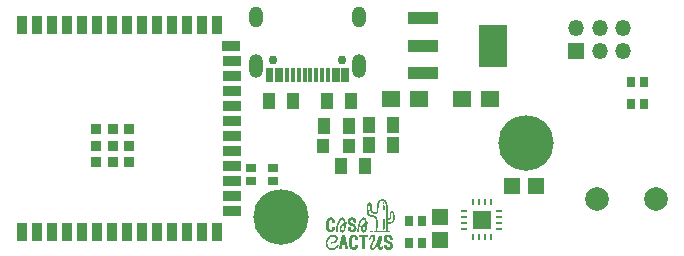
<source format=gts>
G04 #@! TF.GenerationSoftware,KiCad,Pcbnew,8.0.8-8.0.8-0~ubuntu22.04.1*
G04 #@! TF.CreationDate,2025-02-19T20:45:30+01:00*
G04 #@! TF.ProjectId,kicad_makespace_tutorial,6b696361-645f-46d6-916b-657370616365,v1*
G04 #@! TF.SameCoordinates,Original*
G04 #@! TF.FileFunction,Soldermask,Top*
G04 #@! TF.FilePolarity,Negative*
%FSLAX46Y46*%
G04 Gerber Fmt 4.6, Leading zero omitted, Abs format (unit mm)*
G04 Created by KiCad (PCBNEW 8.0.8-8.0.8-0~ubuntu22.04.1) date 2025-02-19 20:45:30*
%MOMM*%
%LPD*%
G01*
G04 APERTURE LIST*
%ADD10C,0.000000*%
%ADD11R,0.700000X0.900000*%
%ADD12R,0.900000X0.700000*%
%ADD13R,1.130000X1.380000*%
%ADD14C,2.000000*%
%ADD15R,0.900000X1.500000*%
%ADD16R,1.500000X0.900000*%
%ADD17R,0.900000X0.900000*%
%ADD18C,4.700000*%
%ADD19R,1.500000X1.360000*%
%ADD20R,1.000000X1.250000*%
%ADD21R,2.500000X1.100000*%
%ADD22R,2.340000X3.600000*%
%ADD23C,0.750000*%
%ADD24O,1.200000X2.000000*%
%ADD25O,1.200000X1.800000*%
%ADD26R,0.300000X1.300000*%
%ADD27R,1.350000X1.350000*%
%ADD28O,1.350000X1.350000*%
%ADD29R,1.410000X1.350000*%
%ADD30R,1.350000X1.410000*%
%ADD31R,0.600000X0.250000*%
%ADD32R,0.250000X0.600000*%
%ADD33R,1.500000X1.500000*%
%ADD34R,1.000000X1.400000*%
G04 APERTURE END LIST*
D10*
G04 #@! TO.C,G\u002A\u002A\u002A*
G36*
X37732384Y-19674971D02*
G01*
X37753902Y-19675525D01*
X37768439Y-19676998D01*
X37778433Y-19679837D01*
X37786319Y-19684491D01*
X37794536Y-19691410D01*
X37795400Y-19692182D01*
X37807852Y-19705224D01*
X37813466Y-19718386D01*
X37814759Y-19737126D01*
X37813417Y-19756108D01*
X37807713Y-19769222D01*
X37795400Y-19782069D01*
X37787030Y-19789221D01*
X37779215Y-19794066D01*
X37769520Y-19797055D01*
X37755506Y-19798635D01*
X37734738Y-19799256D01*
X37704777Y-19799366D01*
X37701447Y-19799366D01*
X37626852Y-19799366D01*
X37606698Y-19779212D01*
X37593008Y-19762816D01*
X37587229Y-19747160D01*
X37586544Y-19737126D01*
X37589031Y-19719741D01*
X37598106Y-19704376D01*
X37606698Y-19695039D01*
X37626852Y-19674885D01*
X37701447Y-19674885D01*
X37732384Y-19674971D01*
G37*
G36*
X38696198Y-17244416D02*
G01*
X38713945Y-17253669D01*
X38727243Y-17270476D01*
X38736783Y-17295969D01*
X38743262Y-17331282D01*
X38746199Y-17360530D01*
X38747558Y-17390767D01*
X38745430Y-17412186D01*
X38738874Y-17427546D01*
X38726945Y-17439609D01*
X38716866Y-17446382D01*
X38701857Y-17454232D01*
X38688497Y-17456615D01*
X38670715Y-17454455D01*
X38667596Y-17453856D01*
X38648469Y-17444540D01*
X38634394Y-17424935D01*
X38625207Y-17394781D01*
X38623282Y-17382927D01*
X38618352Y-17346620D01*
X38615005Y-17320108D01*
X38613328Y-17301427D01*
X38613408Y-17288611D01*
X38615330Y-17279695D01*
X38619180Y-17272715D01*
X38625044Y-17265705D01*
X38628590Y-17261764D01*
X38642239Y-17248649D01*
X38655635Y-17242835D01*
X38673305Y-17241583D01*
X38696198Y-17244416D01*
G37*
G36*
X38707475Y-17506270D02*
G01*
X38729697Y-17511240D01*
X38736004Y-17513994D01*
X38746042Y-17519973D01*
X38754155Y-17527303D01*
X38760581Y-17537267D01*
X38765561Y-17551147D01*
X38769333Y-17570224D01*
X38772136Y-17595780D01*
X38774210Y-17629096D01*
X38775793Y-17671456D01*
X38777126Y-17724139D01*
X38777376Y-17735680D01*
X38778390Y-17789266D01*
X38778837Y-17832266D01*
X38778609Y-17865942D01*
X38777602Y-17891553D01*
X38775709Y-17910362D01*
X38772825Y-17923628D01*
X38768843Y-17932612D01*
X38763657Y-17938576D01*
X38760106Y-17941117D01*
X38741065Y-17948220D01*
X38717518Y-17951023D01*
X38697497Y-17948996D01*
X38680421Y-17941417D01*
X38667859Y-17931633D01*
X38664435Y-17927050D01*
X38661706Y-17920778D01*
X38659549Y-17911404D01*
X38657842Y-17897515D01*
X38656462Y-17877700D01*
X38655286Y-17850547D01*
X38654193Y-17814643D01*
X38653061Y-17768576D01*
X38652822Y-17758159D01*
X38651683Y-17714425D01*
X38650351Y-17673528D01*
X38648905Y-17637288D01*
X38647425Y-17607521D01*
X38645992Y-17586045D01*
X38644734Y-17574915D01*
X38643951Y-17551315D01*
X38649932Y-17529695D01*
X38661351Y-17514070D01*
X38665801Y-17511065D01*
X38684241Y-17506131D01*
X38707475Y-17506270D01*
G37*
G36*
X38748409Y-18640309D02*
G01*
X38770063Y-18646713D01*
X38787866Y-18657502D01*
X38795417Y-18666496D01*
X38797089Y-18675472D01*
X38798538Y-18694660D01*
X38799751Y-18722416D01*
X38800717Y-18757099D01*
X38801422Y-18797066D01*
X38801853Y-18840675D01*
X38801999Y-18886283D01*
X38801846Y-18932249D01*
X38801381Y-18976930D01*
X38800593Y-19018684D01*
X38799467Y-19055868D01*
X38798581Y-19076192D01*
X38796943Y-19107113D01*
X38794845Y-19144436D01*
X38792405Y-19186244D01*
X38789743Y-19230624D01*
X38786979Y-19275659D01*
X38784233Y-19319433D01*
X38781623Y-19360030D01*
X38779269Y-19395537D01*
X38777292Y-19424035D01*
X38775810Y-19443611D01*
X38775274Y-19449635D01*
X38773434Y-19468947D01*
X38771098Y-19494745D01*
X38768746Y-19521700D01*
X38768573Y-19523730D01*
X38764255Y-19558096D01*
X38757472Y-19582699D01*
X38747308Y-19599529D01*
X38732846Y-19610578D01*
X38727414Y-19613112D01*
X38700646Y-19620577D01*
X38677461Y-19618238D01*
X38665415Y-19612935D01*
X38656342Y-19606997D01*
X38649657Y-19599570D01*
X38645185Y-19589091D01*
X38642754Y-19573999D01*
X38642191Y-19552732D01*
X38643323Y-19523728D01*
X38645977Y-19485427D01*
X38648209Y-19457568D01*
X38659769Y-19302916D01*
X38668245Y-19156751D01*
X38673772Y-19016149D01*
X38676487Y-18878189D01*
X38676728Y-18846544D01*
X38677090Y-18804314D01*
X38677676Y-18765642D01*
X38678440Y-18732219D01*
X38679337Y-18705736D01*
X38680319Y-18687883D01*
X38681247Y-18680570D01*
X38693599Y-18660630D01*
X38712700Y-18645577D01*
X38727607Y-18640120D01*
X38748409Y-18640309D01*
G37*
G36*
X36888703Y-20043519D02*
G01*
X36968989Y-20043723D01*
X37000366Y-20043839D01*
X37387968Y-20045364D01*
X37389587Y-20143170D01*
X37391206Y-20240976D01*
X37271034Y-20240344D01*
X37233691Y-20240383D01*
X37199751Y-20240862D01*
X37171241Y-20241717D01*
X37150190Y-20242884D01*
X37138623Y-20244298D01*
X37137755Y-20244555D01*
X37126084Y-20254428D01*
X37119443Y-20268899D01*
X37118659Y-20277812D01*
X37117981Y-20297689D01*
X37117415Y-20327640D01*
X37116964Y-20366772D01*
X37116633Y-20414196D01*
X37116425Y-20469020D01*
X37116345Y-20530354D01*
X37116397Y-20597306D01*
X37116585Y-20668985D01*
X37116913Y-20744502D01*
X37117082Y-20775038D01*
X37117585Y-20862304D01*
X37117998Y-20938473D01*
X37118308Y-21004304D01*
X37118502Y-21060554D01*
X37118568Y-21107984D01*
X37118491Y-21147350D01*
X37118260Y-21179411D01*
X37117861Y-21204926D01*
X37117282Y-21224653D01*
X37116509Y-21239350D01*
X37115529Y-21249776D01*
X37114330Y-21256689D01*
X37112898Y-21260847D01*
X37111220Y-21263010D01*
X37109284Y-21263935D01*
X37108718Y-21264070D01*
X37099377Y-21264751D01*
X37080306Y-21265178D01*
X37053626Y-21265336D01*
X37021461Y-21265213D01*
X36989333Y-21264845D01*
X36950932Y-21263965D01*
X36919588Y-21262624D01*
X36896604Y-21260910D01*
X36883285Y-21258913D01*
X36880412Y-21257435D01*
X36878303Y-21246175D01*
X36878189Y-21245714D01*
X36877953Y-21239005D01*
X36877710Y-21221330D01*
X36877465Y-21193578D01*
X36877223Y-21156637D01*
X36876986Y-21111397D01*
X36876759Y-21058746D01*
X36876547Y-20999574D01*
X36876352Y-20934769D01*
X36876179Y-20865221D01*
X36876032Y-20791818D01*
X36875967Y-20751888D01*
X36875805Y-20662613D01*
X36875602Y-20584470D01*
X36875342Y-20516734D01*
X36875014Y-20458680D01*
X36874603Y-20409585D01*
X36874097Y-20368723D01*
X36873482Y-20335372D01*
X36872745Y-20308805D01*
X36871873Y-20288301D01*
X36870852Y-20273133D01*
X36869669Y-20262578D01*
X36868311Y-20255912D01*
X36866819Y-20252483D01*
X36863221Y-20248606D01*
X36857787Y-20245667D01*
X36848916Y-20243504D01*
X36835008Y-20241956D01*
X36814464Y-20240860D01*
X36785682Y-20240056D01*
X36747061Y-20239382D01*
X36735191Y-20239208D01*
X36690759Y-20238265D01*
X36654417Y-20236859D01*
X36627164Y-20235053D01*
X36610000Y-20232907D01*
X36604298Y-20231073D01*
X36600922Y-20222437D01*
X36598432Y-20204653D01*
X36596822Y-20180395D01*
X36596086Y-20152338D01*
X36596218Y-20123156D01*
X36597214Y-20095522D01*
X36599066Y-20072112D01*
X36601768Y-20055598D01*
X36604695Y-20049010D01*
X36610175Y-20047568D01*
X36623201Y-20046356D01*
X36644289Y-20045366D01*
X36673955Y-20044592D01*
X36712714Y-20044027D01*
X36761081Y-20043664D01*
X36819572Y-20043497D01*
X36888703Y-20043519D01*
G37*
G36*
X34264628Y-18552646D02*
G01*
X34302635Y-18555603D01*
X34333621Y-18560728D01*
X34341153Y-18562729D01*
X34400953Y-18586455D01*
X34454207Y-18619334D01*
X34499992Y-18660440D01*
X34537389Y-18708845D01*
X34565474Y-18763623D01*
X34577957Y-18800929D01*
X34582023Y-18820996D01*
X34585906Y-18849079D01*
X34589147Y-18881343D01*
X34591181Y-18911700D01*
X34594869Y-18987277D01*
X34478856Y-18987277D01*
X34362844Y-18987277D01*
X34359089Y-18947266D01*
X34351341Y-18891068D01*
X34339418Y-18845389D01*
X34322931Y-18809517D01*
X34301492Y-18782736D01*
X34274713Y-18764333D01*
X34255663Y-18756937D01*
X34217622Y-18750993D01*
X34182388Y-18756120D01*
X34151113Y-18771651D01*
X34124946Y-18796918D01*
X34105040Y-18831254D01*
X34098948Y-18847823D01*
X34093403Y-18867844D01*
X34088854Y-18890250D01*
X34085214Y-18916330D01*
X34082402Y-18947369D01*
X34080331Y-18984654D01*
X34078918Y-19029471D01*
X34078079Y-19083109D01*
X34077729Y-19146853D01*
X34077707Y-19172123D01*
X34077894Y-19237740D01*
X34078514Y-19292883D01*
X34079669Y-19338925D01*
X34081458Y-19377244D01*
X34083985Y-19409213D01*
X34087349Y-19436209D01*
X34091652Y-19459607D01*
X34096996Y-19480783D01*
X34101489Y-19495259D01*
X34115327Y-19530461D01*
X34130918Y-19556187D01*
X34149983Y-19574818D01*
X34166335Y-19584921D01*
X34184927Y-19593054D01*
X34202741Y-19596508D01*
X34225526Y-19596288D01*
X34229738Y-19595999D01*
X34255071Y-19592339D01*
X34277320Y-19585966D01*
X34286030Y-19581909D01*
X34311138Y-19560406D01*
X34330778Y-19528480D01*
X34344896Y-19486257D01*
X34353436Y-19433859D01*
X34354121Y-19426456D01*
X34356587Y-19402264D01*
X34360393Y-19384878D01*
X34367315Y-19373180D01*
X34379130Y-19366049D01*
X34397615Y-19362367D01*
X34424545Y-19361013D01*
X34458224Y-19360861D01*
X34504737Y-19361692D01*
X34540306Y-19364076D01*
X34565756Y-19368130D01*
X34581914Y-19373974D01*
X34588396Y-19379556D01*
X34590786Y-19389608D01*
X34591626Y-19408648D01*
X34591091Y-19433938D01*
X34589355Y-19462737D01*
X34586593Y-19492304D01*
X34582979Y-19519899D01*
X34578687Y-19542783D01*
X34577778Y-19546494D01*
X34556997Y-19604711D01*
X34526857Y-19656374D01*
X34488202Y-19700968D01*
X34441875Y-19737980D01*
X34388718Y-19766894D01*
X34329576Y-19787196D01*
X34265291Y-19798371D01*
X34196706Y-19799904D01*
X34166479Y-19797513D01*
X34101452Y-19784965D01*
X34042215Y-19762484D01*
X33989507Y-19730714D01*
X33944067Y-19690302D01*
X33906633Y-19641892D01*
X33877943Y-19586130D01*
X33860084Y-19529658D01*
X33857705Y-19517773D01*
X33855710Y-19503546D01*
X33854058Y-19485835D01*
X33852708Y-19463502D01*
X33851619Y-19435405D01*
X33850749Y-19400406D01*
X33850059Y-19357364D01*
X33849507Y-19305139D01*
X33849053Y-19242591D01*
X33848911Y-19218456D01*
X33848589Y-19138701D01*
X33848608Y-19069800D01*
X33849017Y-19010756D01*
X33849864Y-18960572D01*
X33851197Y-18918251D01*
X33853063Y-18882795D01*
X33855510Y-18853207D01*
X33858586Y-18828490D01*
X33862340Y-18807646D01*
X33866818Y-18789678D01*
X33869986Y-18779525D01*
X33894379Y-18725206D01*
X33928633Y-18676452D01*
X33971697Y-18634202D01*
X34022517Y-18599395D01*
X34080040Y-18572970D01*
X34113367Y-18562556D01*
X34143969Y-18556812D01*
X34181746Y-18553248D01*
X34223149Y-18551860D01*
X34264628Y-18552646D01*
G37*
G36*
X36238080Y-20023654D02*
G01*
X36302962Y-20037767D01*
X36361073Y-20060990D01*
X36411969Y-20093077D01*
X36455204Y-20133783D01*
X36490336Y-20182863D01*
X36501292Y-20203301D01*
X36520855Y-20249068D01*
X36533834Y-20295027D01*
X36541012Y-20344854D01*
X36543174Y-20399541D01*
X36543277Y-20463263D01*
X36427502Y-20463263D01*
X36385109Y-20463069D01*
X36353396Y-20462438D01*
X36331195Y-20461297D01*
X36317335Y-20459571D01*
X36310648Y-20457188D01*
X36309659Y-20455854D01*
X36307984Y-20446874D01*
X36305309Y-20429352D01*
X36302115Y-20406511D01*
X36300924Y-20397546D01*
X36292387Y-20347080D01*
X36280919Y-20307078D01*
X36265685Y-20276339D01*
X36245850Y-20253658D01*
X36220579Y-20237833D01*
X36189036Y-20227660D01*
X36182028Y-20226221D01*
X36144898Y-20224730D01*
X36110791Y-20234007D01*
X36081481Y-20253032D01*
X36058739Y-20280784D01*
X36048241Y-20303239D01*
X36041661Y-20322503D01*
X36036207Y-20340795D01*
X36031772Y-20359444D01*
X36028253Y-20379778D01*
X36025544Y-20403124D01*
X36023542Y-20430809D01*
X36022142Y-20464163D01*
X36021239Y-20504511D01*
X36020728Y-20553183D01*
X36020506Y-20611506D01*
X36020466Y-20655912D01*
X36020555Y-20723799D01*
X36020930Y-20781067D01*
X36021708Y-20828952D01*
X36023006Y-20868690D01*
X36024941Y-20901516D01*
X36027629Y-20928667D01*
X36031187Y-20951377D01*
X36035732Y-20970882D01*
X36041381Y-20988418D01*
X36048250Y-21005220D01*
X36054790Y-21019143D01*
X36075833Y-21049736D01*
X36104128Y-21071377D01*
X36138689Y-21083640D01*
X36178527Y-21086097D01*
X36202516Y-21083080D01*
X36227009Y-21073175D01*
X36250551Y-21054303D01*
X36270315Y-21029199D01*
X36281433Y-21006665D01*
X36286684Y-20991563D01*
X36290818Y-20976814D01*
X36294380Y-20959640D01*
X36297913Y-20937265D01*
X36301963Y-20906913D01*
X36303712Y-20893018D01*
X36307013Y-20874312D01*
X36311251Y-20860065D01*
X36313443Y-20855971D01*
X36319712Y-20852982D01*
X36333673Y-20850827D01*
X36356444Y-20849427D01*
X36389141Y-20848705D01*
X36419291Y-20848561D01*
X36455996Y-20848638D01*
X36482725Y-20849015D01*
X36501361Y-20849910D01*
X36513782Y-20851541D01*
X36521870Y-20854126D01*
X36527505Y-20857883D01*
X36531191Y-20861534D01*
X36538768Y-20873211D01*
X36542697Y-20889826D01*
X36543878Y-20910437D01*
X36541820Y-20975265D01*
X36532864Y-21031878D01*
X36516321Y-21082158D01*
X36491503Y-21127987D01*
X36457721Y-21171248D01*
X36442744Y-21187049D01*
X36396415Y-21227151D01*
X36346594Y-21256797D01*
X36290889Y-21277278D01*
X36263445Y-21283811D01*
X36222807Y-21289591D01*
X36176394Y-21292171D01*
X36128987Y-21291550D01*
X36085365Y-21287723D01*
X36063137Y-21283917D01*
X36004145Y-21265571D01*
X35949549Y-21237388D01*
X35900927Y-21200570D01*
X35859862Y-21156316D01*
X35827933Y-21105826D01*
X35827524Y-21105012D01*
X35815531Y-21078961D01*
X35806155Y-21053044D01*
X35798921Y-21024932D01*
X35793354Y-20992298D01*
X35788977Y-20952813D01*
X35785313Y-20904148D01*
X35784800Y-20895982D01*
X35783385Y-20864173D01*
X35782387Y-20823005D01*
X35781785Y-20774494D01*
X35781561Y-20720653D01*
X35781695Y-20663498D01*
X35782168Y-20605041D01*
X35782961Y-20547297D01*
X35784055Y-20492280D01*
X35785429Y-20442005D01*
X35787066Y-20398485D01*
X35788945Y-20363736D01*
X35790035Y-20349541D01*
X35800322Y-20281866D01*
X35818599Y-20222679D01*
X35845263Y-20171364D01*
X35880710Y-20127304D01*
X35925337Y-20089883D01*
X35976421Y-20060008D01*
X36025623Y-20039409D01*
X36075836Y-20026295D01*
X36130737Y-20019870D01*
X36166871Y-20018895D01*
X36238080Y-20023654D01*
G37*
G36*
X34557737Y-20022888D02*
G01*
X34615112Y-20038136D01*
X34665190Y-20061106D01*
X34709226Y-20092325D01*
X34734950Y-20117019D01*
X34772158Y-20164982D01*
X34798993Y-20217388D01*
X34815502Y-20273035D01*
X34821734Y-20330717D01*
X34817739Y-20389233D01*
X34803566Y-20447376D01*
X34779264Y-20503944D01*
X34744881Y-20557732D01*
X34715604Y-20592280D01*
X34662329Y-20640138D01*
X34599729Y-20680771D01*
X34527914Y-20714136D01*
X34446992Y-20740191D01*
X34357071Y-20758891D01*
X34271503Y-20769153D01*
X34225564Y-20773000D01*
X34225564Y-20714107D01*
X34225964Y-20684942D01*
X34228186Y-20663006D01*
X34233759Y-20646868D01*
X34244214Y-20635096D01*
X34261080Y-20626258D01*
X34285889Y-20618923D01*
X34320170Y-20611660D01*
X34338924Y-20608066D01*
X34403922Y-20592769D01*
X34460099Y-20572624D01*
X34509957Y-20546300D01*
X34555996Y-20512463D01*
X34600718Y-20469780D01*
X34602972Y-20467381D01*
X34633218Y-20428651D01*
X34651713Y-20389448D01*
X34658561Y-20349297D01*
X34653867Y-20307726D01*
X34644395Y-20279035D01*
X34622574Y-20237564D01*
X34594880Y-20205664D01*
X34560768Y-20183059D01*
X34519691Y-20169476D01*
X34471102Y-20164639D01*
X34422498Y-20167308D01*
X34391581Y-20171666D01*
X34358380Y-20177748D01*
X34329617Y-20184310D01*
X34327279Y-20184935D01*
X34258947Y-20209575D01*
X34194554Y-20244831D01*
X34134920Y-20289879D01*
X34080862Y-20343898D01*
X34033201Y-20406065D01*
X33992755Y-20475558D01*
X33960344Y-20551554D01*
X33959406Y-20554206D01*
X33951082Y-20578394D01*
X33945287Y-20597633D01*
X33941563Y-20615082D01*
X33939454Y-20633899D01*
X33938503Y-20657241D01*
X33938251Y-20688266D01*
X33938243Y-20700370D01*
X33938365Y-20734505D01*
X33939039Y-20759951D01*
X33940726Y-20779874D01*
X33943886Y-20797440D01*
X33948981Y-20815816D01*
X33956472Y-20838167D01*
X33959618Y-20847153D01*
X33989335Y-20917925D01*
X34025500Y-20979920D01*
X34067694Y-21032668D01*
X34115500Y-21075701D01*
X34168498Y-21108547D01*
X34206639Y-21124599D01*
X34272382Y-21141730D01*
X34339559Y-21148479D01*
X34406496Y-21145138D01*
X34471520Y-21132000D01*
X34532957Y-21109357D01*
X34589134Y-21077501D01*
X34622043Y-21051988D01*
X34660383Y-21012973D01*
X34696615Y-20965695D01*
X34728091Y-20913731D01*
X34736331Y-20897516D01*
X34747239Y-20875699D01*
X34756587Y-20858237D01*
X34762974Y-20847696D01*
X34764583Y-20845843D01*
X34771798Y-20846331D01*
X34787739Y-20849858D01*
X34809855Y-20855803D01*
X34829305Y-20861581D01*
X34858202Y-20870785D01*
X34877004Y-20878746D01*
X34886927Y-20887782D01*
X34889183Y-20900212D01*
X34884986Y-20918352D01*
X34875552Y-20944522D01*
X34874377Y-20947641D01*
X34844141Y-21011771D01*
X34803745Y-21072236D01*
X34754627Y-21127834D01*
X34698222Y-21177363D01*
X34635970Y-21219619D01*
X34569305Y-21253402D01*
X34499666Y-21277509D01*
X34472364Y-21283957D01*
X34424981Y-21291191D01*
X34372426Y-21295090D01*
X34319633Y-21295504D01*
X34271534Y-21292286D01*
X34257823Y-21290446D01*
X34178215Y-21272286D01*
X34103265Y-21243540D01*
X34033807Y-21204843D01*
X33970675Y-21156831D01*
X33914704Y-21100139D01*
X33866726Y-21035403D01*
X33827577Y-20963259D01*
X33827141Y-20962299D01*
X33801988Y-20893767D01*
X33785302Y-20819240D01*
X33777186Y-20741127D01*
X33777748Y-20661839D01*
X33787092Y-20583787D01*
X33805325Y-20509380D01*
X33807075Y-20503947D01*
X33838315Y-20426094D01*
X33878960Y-20352703D01*
X33927974Y-20284514D01*
X33984319Y-20222269D01*
X34046959Y-20166708D01*
X34114857Y-20118572D01*
X34186976Y-20078602D01*
X34262278Y-20047538D01*
X34339727Y-20026122D01*
X34418285Y-20015094D01*
X34491814Y-20014835D01*
X34557737Y-20022888D01*
G37*
G36*
X35329831Y-20042442D02*
G01*
X35359475Y-20042697D01*
X35380750Y-20043353D01*
X35395399Y-20044600D01*
X35405168Y-20046629D01*
X35411798Y-20049629D01*
X35417033Y-20053791D01*
X35419844Y-20056538D01*
X35430405Y-20071396D01*
X35439267Y-20090960D01*
X35441002Y-20096549D01*
X35443071Y-20104777D01*
X35447695Y-20123563D01*
X35454642Y-20151944D01*
X35463678Y-20188956D01*
X35474568Y-20233636D01*
X35487078Y-20285020D01*
X35500975Y-20342144D01*
X35516025Y-20404045D01*
X35531994Y-20469759D01*
X35548648Y-20538323D01*
X35565754Y-20608772D01*
X35583077Y-20680142D01*
X35600383Y-20751472D01*
X35617439Y-20821795D01*
X35634010Y-20890150D01*
X35649864Y-20955572D01*
X35664765Y-21017098D01*
X35678481Y-21073763D01*
X35690777Y-21124605D01*
X35701419Y-21168660D01*
X35710174Y-21204963D01*
X35716808Y-21232552D01*
X35721086Y-21250462D01*
X35722408Y-21256087D01*
X35725486Y-21269424D01*
X35610703Y-21269424D01*
X35570748Y-21269338D01*
X35540959Y-21268978D01*
X35519648Y-21268194D01*
X35505127Y-21266835D01*
X35495707Y-21264752D01*
X35489699Y-21261794D01*
X35485856Y-21258304D01*
X35480687Y-21247614D01*
X35474087Y-21225588D01*
X35466162Y-21192647D01*
X35457019Y-21149209D01*
X35452548Y-21126414D01*
X35442765Y-21075652D01*
X35434899Y-21035265D01*
X35428626Y-21003984D01*
X35423621Y-20980544D01*
X35419560Y-20963678D01*
X35416120Y-20952117D01*
X35412974Y-20944596D01*
X35409800Y-20939846D01*
X35406272Y-20936602D01*
X35403433Y-20934557D01*
X35395548Y-20930892D01*
X35382877Y-20928323D01*
X35363620Y-20926693D01*
X35335979Y-20925845D01*
X35301433Y-20925621D01*
X35262436Y-20925876D01*
X35233570Y-20927108D01*
X35213118Y-20930013D01*
X35199359Y-20935286D01*
X35190573Y-20943626D01*
X35185041Y-20955728D01*
X35181043Y-20972289D01*
X35180592Y-20974573D01*
X35177626Y-20989828D01*
X35172860Y-21014431D01*
X35166739Y-21046088D01*
X35159705Y-21082504D01*
X35152203Y-21121386D01*
X35150518Y-21130125D01*
X35141342Y-21176262D01*
X35133659Y-21211562D01*
X35127237Y-21236916D01*
X35121848Y-21253218D01*
X35117261Y-21261358D01*
X35116517Y-21262015D01*
X35108493Y-21264874D01*
X35092536Y-21266986D01*
X35067647Y-21268408D01*
X35032827Y-21269201D01*
X34991420Y-21269424D01*
X34876321Y-21269424D01*
X34880437Y-21253123D01*
X34882495Y-21244734D01*
X34887105Y-21225799D01*
X34894028Y-21197293D01*
X34903029Y-21160194D01*
X34913870Y-21115479D01*
X34926315Y-21064123D01*
X34940127Y-21007103D01*
X34955069Y-20945397D01*
X34970905Y-20879979D01*
X34981378Y-20836706D01*
X34998152Y-20767390D01*
X35008633Y-20724080D01*
X35229259Y-20724080D01*
X35301289Y-20724080D01*
X35373319Y-20724080D01*
X35340593Y-20552094D01*
X35331021Y-20502925D01*
X35322393Y-20460863D01*
X35314922Y-20426834D01*
X35308820Y-20401767D01*
X35304299Y-20386589D01*
X35301686Y-20382166D01*
X35297906Y-20388531D01*
X35292973Y-20403847D01*
X35287705Y-20425375D01*
X35285303Y-20437081D01*
X35280854Y-20460046D01*
X35274699Y-20491691D01*
X35267413Y-20529065D01*
X35259573Y-20569215D01*
X35252180Y-20607009D01*
X35229259Y-20724080D01*
X35008633Y-20724080D01*
X35014555Y-20699610D01*
X35030302Y-20634544D01*
X35045108Y-20573371D01*
X35058687Y-20517269D01*
X35070753Y-20467418D01*
X35081023Y-20424995D01*
X35089209Y-20391180D01*
X35095028Y-20367151D01*
X35096874Y-20359529D01*
X35105168Y-20325264D01*
X35115155Y-20283941D01*
X35125757Y-20240031D01*
X35135893Y-20198003D01*
X35139108Y-20184664D01*
X35147383Y-20150443D01*
X35155129Y-20118646D01*
X35161737Y-20091758D01*
X35166597Y-20072264D01*
X35168558Y-20064629D01*
X35174446Y-20042400D01*
X35290076Y-20042400D01*
X35329831Y-20042442D01*
G37*
G36*
X36081390Y-18550042D02*
G01*
X36152193Y-18567288D01*
X36209416Y-18590021D01*
X36251744Y-18613828D01*
X36286953Y-18642872D01*
X36315554Y-18678127D01*
X36338054Y-18720568D01*
X36354963Y-18771169D01*
X36366789Y-18830903D01*
X36374041Y-18900745D01*
X36374384Y-18905945D01*
X36375948Y-18937905D01*
X36375793Y-18959762D01*
X36373848Y-18973155D01*
X36371231Y-18978559D01*
X36366238Y-18981935D01*
X36356636Y-18984353D01*
X36340778Y-18985953D01*
X36317020Y-18986872D01*
X36283716Y-18987248D01*
X36267345Y-18987277D01*
X36231469Y-18987225D01*
X36205549Y-18986896D01*
X36187684Y-18986036D01*
X36175976Y-18984387D01*
X36168526Y-18981694D01*
X36163433Y-18977701D01*
X36159231Y-18972704D01*
X36151029Y-18955594D01*
X36144227Y-18927060D01*
X36141042Y-18906026D01*
X36131067Y-18855783D01*
X36115296Y-18815718D01*
X36093496Y-18785541D01*
X36065435Y-18764961D01*
X36030879Y-18753686D01*
X36017496Y-18751911D01*
X35977285Y-18752403D01*
X35944273Y-18762111D01*
X35917770Y-18781403D01*
X35897084Y-18810646D01*
X35893514Y-18817872D01*
X35881397Y-18856882D01*
X35880552Y-18896177D01*
X35890804Y-18933899D01*
X35906955Y-18961797D01*
X35920973Y-18975327D01*
X35945684Y-18992757D01*
X35980672Y-19013846D01*
X36025524Y-19038352D01*
X36079824Y-19066033D01*
X36116486Y-19083930D01*
X36149453Y-19100359D01*
X36182969Y-19118030D01*
X36213482Y-19135011D01*
X36237439Y-19149370D01*
X36240967Y-19151648D01*
X36294659Y-19193224D01*
X36338203Y-19240432D01*
X36371332Y-19292643D01*
X36393779Y-19349230D01*
X36405276Y-19409565D01*
X36405559Y-19473018D01*
X36398262Y-19522218D01*
X36387450Y-19558272D01*
X36370339Y-19598160D01*
X36349148Y-19637470D01*
X36326099Y-19671789D01*
X36317879Y-19681951D01*
X36292333Y-19706846D01*
X36259430Y-19731970D01*
X36223276Y-19754543D01*
X36187981Y-19771786D01*
X36181196Y-19774421D01*
X36136404Y-19786980D01*
X36084810Y-19795046D01*
X36030692Y-19798343D01*
X35978328Y-19796596D01*
X35935351Y-19790289D01*
X35872698Y-19771383D01*
X35818387Y-19744085D01*
X35772497Y-19708505D01*
X35735109Y-19664754D01*
X35706303Y-19612942D01*
X35686160Y-19553180D01*
X35674760Y-19485579D01*
X35671990Y-19427614D01*
X35672257Y-19401243D01*
X35673442Y-19384270D01*
X35675985Y-19374249D01*
X35680326Y-19368732D01*
X35682860Y-19367133D01*
X35692427Y-19365105D01*
X35711474Y-19363429D01*
X35737630Y-19362231D01*
X35768523Y-19361643D01*
X35784248Y-19361614D01*
X35822707Y-19361903D01*
X35850993Y-19363090D01*
X35870793Y-19366157D01*
X35883788Y-19372085D01*
X35891663Y-19381857D01*
X35896101Y-19396452D01*
X35898786Y-19416853D01*
X35899952Y-19429056D01*
X35908269Y-19480610D01*
X35922587Y-19522655D01*
X35942754Y-19554883D01*
X35968618Y-19576983D01*
X35973685Y-19579769D01*
X36012123Y-19593517D01*
X36049879Y-19596308D01*
X36085381Y-19589003D01*
X36117052Y-19572467D01*
X36143320Y-19547563D01*
X36162610Y-19515153D01*
X36173348Y-19476103D01*
X36174111Y-19469851D01*
X36175045Y-19448386D01*
X36171838Y-19430320D01*
X36163284Y-19409465D01*
X36161719Y-19406231D01*
X36151652Y-19389012D01*
X36138135Y-19372572D01*
X36119867Y-19355928D01*
X36095549Y-19338100D01*
X36063880Y-19318106D01*
X36023562Y-19294963D01*
X35990331Y-19276814D01*
X35955939Y-19258301D01*
X35919771Y-19238839D01*
X35885519Y-19220415D01*
X35856874Y-19205013D01*
X35849741Y-19201180D01*
X35790115Y-19165876D01*
X35741562Y-19129542D01*
X35703301Y-19091082D01*
X35674552Y-19049402D01*
X35654533Y-19003407D01*
X35642463Y-18952001D01*
X35637914Y-18904290D01*
X35639741Y-18837096D01*
X35651430Y-18776479D01*
X35672962Y-18722468D01*
X35704318Y-18675091D01*
X35745479Y-18634376D01*
X35796426Y-18600350D01*
X35857140Y-18573042D01*
X35867900Y-18569250D01*
X35939047Y-18551011D01*
X36010276Y-18544613D01*
X36081390Y-18550042D01*
G37*
G36*
X39147084Y-20018862D02*
G01*
X39215855Y-20030326D01*
X39275151Y-20048691D01*
X39325321Y-20074220D01*
X39366711Y-20107177D01*
X39399671Y-20147823D01*
X39424547Y-20196423D01*
X39438321Y-20239070D01*
X39442353Y-20258795D01*
X39446780Y-20286845D01*
X39451199Y-20319788D01*
X39455204Y-20354193D01*
X39458391Y-20386629D01*
X39460356Y-20413663D01*
X39460768Y-20429590D01*
X39460095Y-20440860D01*
X39457553Y-20449288D01*
X39451633Y-20455286D01*
X39440825Y-20459266D01*
X39423619Y-20461642D01*
X39398506Y-20462824D01*
X39363975Y-20463226D01*
X39337440Y-20463263D01*
X39228504Y-20463263D01*
X39228387Y-20438071D01*
X39225591Y-20393158D01*
X39218111Y-20350115D01*
X39206680Y-20311561D01*
X39192029Y-20280112D01*
X39179312Y-20262702D01*
X39151766Y-20241281D01*
X39117799Y-20227338D01*
X39080856Y-20221774D01*
X39044381Y-20225490D01*
X39040798Y-20226433D01*
X39009161Y-20241013D01*
X38984169Y-20264187D01*
X38966579Y-20294259D01*
X38957150Y-20329532D01*
X38956641Y-20368309D01*
X38963054Y-20400335D01*
X38969148Y-20416490D01*
X38978109Y-20431547D01*
X38991015Y-20446284D01*
X39008947Y-20461477D01*
X39032982Y-20477905D01*
X39064200Y-20496345D01*
X39103680Y-20517575D01*
X39152501Y-20542373D01*
X39176990Y-20554501D01*
X39233013Y-20582564D01*
X39279427Y-20607027D01*
X39317575Y-20628828D01*
X39348799Y-20648908D01*
X39374443Y-20668205D01*
X39395850Y-20687659D01*
X39414362Y-20708210D01*
X39431321Y-20730795D01*
X39433475Y-20733919D01*
X39452968Y-20764100D01*
X39467066Y-20790915D01*
X39476598Y-20817388D01*
X39482396Y-20846542D01*
X39485289Y-20881401D01*
X39486106Y-20924988D01*
X39486107Y-20925621D01*
X39485954Y-20960565D01*
X39485186Y-20986624D01*
X39483437Y-21006764D01*
X39480343Y-21023951D01*
X39475541Y-21041154D01*
X39469854Y-21057972D01*
X39443014Y-21117998D01*
X39407776Y-21169748D01*
X39364445Y-21212938D01*
X39313327Y-21247283D01*
X39254724Y-21272496D01*
X39234432Y-21278591D01*
X39209520Y-21283406D01*
X39176433Y-21287098D01*
X39138810Y-21289518D01*
X39100291Y-21290519D01*
X39064517Y-21289951D01*
X39035126Y-21287664D01*
X39030111Y-21286952D01*
X38965734Y-21271866D01*
X38909385Y-21248180D01*
X38861168Y-21215965D01*
X38821189Y-21175291D01*
X38789552Y-21126229D01*
X38787843Y-21122863D01*
X38769854Y-21081429D01*
X38757090Y-21038280D01*
X38748755Y-20990056D01*
X38744351Y-20938945D01*
X38742686Y-20908928D01*
X38742461Y-20886410D01*
X38745103Y-20870315D01*
X38752042Y-20859569D01*
X38764706Y-20853096D01*
X38784525Y-20849818D01*
X38812927Y-20848662D01*
X38851341Y-20848551D01*
X38864401Y-20848561D01*
X38966746Y-20848561D01*
X38969811Y-20864862D01*
X38972120Y-20879794D01*
X38974826Y-20901015D01*
X38976578Y-20916729D01*
X38985618Y-20970101D01*
X39000606Y-21013260D01*
X39021604Y-21046284D01*
X39048677Y-21069252D01*
X39081887Y-21082242D01*
X39112915Y-21085504D01*
X39155697Y-21080882D01*
X39191463Y-21066808D01*
X39219997Y-21043425D01*
X39241079Y-21010873D01*
X39246034Y-20999033D01*
X39255936Y-20962250D01*
X39256011Y-20929143D01*
X39245790Y-20898041D01*
X39224803Y-20867273D01*
X39202515Y-20844156D01*
X39188626Y-20831931D01*
X39173189Y-20820153D01*
X39154589Y-20807855D01*
X39131209Y-20794070D01*
X39101433Y-20777828D01*
X39063646Y-20758162D01*
X39032573Y-20742351D01*
X38993504Y-20722367D01*
X38955694Y-20702618D01*
X38921167Y-20684192D01*
X38891947Y-20668176D01*
X38870057Y-20655659D01*
X38860990Y-20650091D01*
X38810105Y-20610730D01*
X38769335Y-20565235D01*
X38738789Y-20513831D01*
X38718574Y-20456741D01*
X38708800Y-20394191D01*
X38708852Y-20335819D01*
X38717205Y-20272615D01*
X38733560Y-20217446D01*
X38758409Y-20169170D01*
X38792244Y-20126649D01*
X38804237Y-20114828D01*
X38850909Y-20079001D01*
X38905493Y-20050750D01*
X38966440Y-20030510D01*
X39032202Y-20018714D01*
X39101229Y-20015796D01*
X39147084Y-20018862D01*
G37*
G36*
X35247219Y-18552087D02*
G01*
X35290172Y-18565680D01*
X35329364Y-18589378D01*
X35347941Y-18605835D01*
X35365567Y-18625650D01*
X35381595Y-18648742D01*
X35396641Y-18676524D01*
X35411323Y-18710412D01*
X35426256Y-18751819D01*
X35442059Y-18802160D01*
X35458209Y-18858717D01*
X35468981Y-18895550D01*
X35478534Y-18923807D01*
X35486479Y-18942428D01*
X35491774Y-18949960D01*
X35504187Y-18954303D01*
X35525898Y-18956958D01*
X35547873Y-18957639D01*
X35568275Y-18957715D01*
X35582415Y-18959151D01*
X35591335Y-18963763D01*
X35596076Y-18973365D01*
X35597678Y-18989772D01*
X35597184Y-19014798D01*
X35596009Y-19041537D01*
X35593488Y-19098761D01*
X35566092Y-19102870D01*
X35536698Y-19109783D01*
X35515258Y-19120093D01*
X35503615Y-19132894D01*
X35503250Y-19133768D01*
X35501521Y-19143114D01*
X35499431Y-19162015D01*
X35497187Y-19188185D01*
X35494994Y-19219338D01*
X35493802Y-19239203D01*
X35490835Y-19290337D01*
X35488144Y-19331956D01*
X35485503Y-19366391D01*
X35482686Y-19395971D01*
X35479466Y-19423025D01*
X35475617Y-19449885D01*
X35470913Y-19478879D01*
X35469985Y-19484345D01*
X35453066Y-19563090D01*
X35430900Y-19632220D01*
X35403657Y-19691515D01*
X35371505Y-19740757D01*
X35334614Y-19779725D01*
X35293154Y-19808202D01*
X35247292Y-19825967D01*
X35201324Y-19832663D01*
X35176296Y-19832764D01*
X35152597Y-19831279D01*
X35136748Y-19828809D01*
X35094167Y-19812123D01*
X35056000Y-19784920D01*
X35022899Y-19747927D01*
X34995513Y-19701868D01*
X34974623Y-19647901D01*
X34967690Y-19614780D01*
X34963856Y-19573908D01*
X34963297Y-19541513D01*
X35112164Y-19541513D01*
X35114316Y-19585534D01*
X35121920Y-19620511D01*
X35135555Y-19648202D01*
X35153833Y-19668682D01*
X35175224Y-19682804D01*
X35196772Y-19686175D01*
X35218287Y-19680873D01*
X35238827Y-19667672D01*
X35259184Y-19644897D01*
X35278014Y-19614773D01*
X35293973Y-19579525D01*
X35305714Y-19541378D01*
X35307496Y-19533315D01*
X35313646Y-19500877D01*
X35319884Y-19463458D01*
X35326030Y-19422657D01*
X35331904Y-19380071D01*
X35337324Y-19337299D01*
X35342110Y-19295939D01*
X35346080Y-19257590D01*
X35349055Y-19223849D01*
X35350852Y-19196315D01*
X35351292Y-19176586D01*
X35350194Y-19166260D01*
X35349155Y-19165107D01*
X35338600Y-19168500D01*
X35321443Y-19177606D01*
X35300405Y-19190821D01*
X35278210Y-19206537D01*
X35275672Y-19208459D01*
X35231645Y-19248912D01*
X35192804Y-19298175D01*
X35160297Y-19353913D01*
X35135269Y-19413791D01*
X35118868Y-19475473D01*
X35112239Y-19536624D01*
X35112164Y-19541513D01*
X34963297Y-19541513D01*
X34963080Y-19528966D01*
X34965322Y-19483632D01*
X34970538Y-19441589D01*
X34977304Y-19411105D01*
X35005747Y-19331760D01*
X35043618Y-19257290D01*
X35089995Y-19188843D01*
X35143955Y-19127568D01*
X35204577Y-19074613D01*
X35270938Y-19031125D01*
X35290953Y-19020535D01*
X35311225Y-19009704D01*
X35324771Y-18999625D01*
X35332227Y-18988009D01*
X35334229Y-18972566D01*
X35331414Y-18951009D01*
X35324419Y-18921049D01*
X35321636Y-18910218D01*
X35306412Y-18854008D01*
X35292418Y-18808401D01*
X35279072Y-18772284D01*
X35265791Y-18744542D01*
X35251994Y-18724064D01*
X35237100Y-18709734D01*
X35220526Y-18700441D01*
X35210211Y-18696999D01*
X35186396Y-18693759D01*
X35163664Y-18698083D01*
X35140028Y-18710828D01*
X35113503Y-18732852D01*
X35102701Y-18743380D01*
X35067646Y-18782300D01*
X35035549Y-18826046D01*
X35005538Y-18876153D01*
X34976744Y-18934155D01*
X34948295Y-19001585D01*
X34932354Y-19043590D01*
X34903181Y-19131567D01*
X34876712Y-19228302D01*
X34853525Y-19330892D01*
X34834192Y-19436433D01*
X34819291Y-19542022D01*
X34809396Y-19644754D01*
X34807547Y-19673560D01*
X34805308Y-19710922D01*
X34802656Y-19738064D01*
X34798407Y-19756596D01*
X34791381Y-19768129D01*
X34780394Y-19774272D01*
X34764265Y-19776638D01*
X34741811Y-19776835D01*
X34731845Y-19776683D01*
X34705766Y-19776120D01*
X34686521Y-19774312D01*
X34673157Y-19769694D01*
X34664719Y-19760702D01*
X34660251Y-19745770D01*
X34658800Y-19723335D01*
X34659411Y-19691832D01*
X34660701Y-19660066D01*
X34668957Y-19542232D01*
X34683623Y-19424351D01*
X34704289Y-19307855D01*
X34730542Y-19194173D01*
X34761970Y-19084735D01*
X34798161Y-18980973D01*
X34838702Y-18884316D01*
X34883182Y-18796194D01*
X34931189Y-18718038D01*
X34932812Y-18715669D01*
X34971569Y-18666598D01*
X35014195Y-18625614D01*
X35059601Y-18593005D01*
X35106696Y-18569059D01*
X35154391Y-18554065D01*
X35201596Y-18548312D01*
X35247219Y-18552087D01*
G37*
G36*
X37069374Y-18553673D02*
G01*
X37102250Y-18562877D01*
X37131505Y-18578034D01*
X37157743Y-18599943D01*
X37181571Y-18629401D01*
X37203595Y-18667205D01*
X37224420Y-18714155D01*
X37244651Y-18771048D01*
X37264896Y-18838683D01*
X37272290Y-18865761D01*
X37280399Y-18894124D01*
X37288476Y-18918984D01*
X37295592Y-18937684D01*
X37300821Y-18947568D01*
X37300882Y-18947636D01*
X37314801Y-18955811D01*
X37334391Y-18957460D01*
X37357090Y-18956985D01*
X37380932Y-18957040D01*
X37383522Y-18957089D01*
X37408715Y-18957639D01*
X37408715Y-19028771D01*
X37408553Y-19058982D01*
X37407883Y-19079275D01*
X37406421Y-19091585D01*
X37403888Y-19097849D01*
X37400000Y-19100000D01*
X37398341Y-19100138D01*
X37359823Y-19102272D01*
X37332936Y-19106662D01*
X37317671Y-19113309D01*
X37315453Y-19115610D01*
X37311462Y-19127255D01*
X37308607Y-19148489D01*
X37307180Y-19177079D01*
X37307137Y-19179577D01*
X37306577Y-19206957D01*
X37305794Y-19232783D01*
X37304929Y-19252616D01*
X37304658Y-19256986D01*
X37303557Y-19273477D01*
X37302015Y-19297704D01*
X37300290Y-19325570D01*
X37299481Y-19338912D01*
X37290870Y-19430444D01*
X37276646Y-19514061D01*
X37256999Y-19589219D01*
X37232117Y-19655377D01*
X37202191Y-19711991D01*
X37167411Y-19758522D01*
X37144737Y-19780984D01*
X37108713Y-19805530D01*
X37066469Y-19822867D01*
X37021332Y-19832220D01*
X36976629Y-19832815D01*
X36945939Y-19827208D01*
X36900061Y-19808357D01*
X36860839Y-19780004D01*
X36828573Y-19742652D01*
X36803558Y-19696802D01*
X36786093Y-19642957D01*
X36776476Y-19581622D01*
X36774737Y-19541513D01*
X36926086Y-19541513D01*
X36926229Y-19572515D01*
X36927473Y-19594878D01*
X36930245Y-19611800D01*
X36934973Y-19626479D01*
X36938545Y-19634716D01*
X36955672Y-19661439D01*
X36977147Y-19678622D01*
X37001432Y-19685570D01*
X37026988Y-19681588D01*
X37034687Y-19678152D01*
X37059578Y-19658931D01*
X37081868Y-19628336D01*
X37101569Y-19586332D01*
X37118693Y-19532882D01*
X37133252Y-19467951D01*
X37145258Y-19391504D01*
X37153296Y-19319226D01*
X37157534Y-19273755D01*
X37160684Y-19238687D01*
X37162812Y-19212623D01*
X37163984Y-19194168D01*
X37164264Y-19181923D01*
X37163720Y-19174492D01*
X37162417Y-19170477D01*
X37160419Y-19168483D01*
X37160384Y-19168461D01*
X37149896Y-19168451D01*
X37133214Y-19175991D01*
X37112031Y-19189782D01*
X37088039Y-19208521D01*
X37062930Y-19230907D01*
X37038397Y-19255639D01*
X37020499Y-19276025D01*
X36980853Y-19332280D01*
X36952192Y-19391968D01*
X36934170Y-19456065D01*
X36926439Y-19525542D01*
X36926086Y-19541513D01*
X36774737Y-19541513D01*
X36774573Y-19537722D01*
X36780078Y-19465219D01*
X36796413Y-19392605D01*
X36822667Y-19321396D01*
X36857927Y-19253110D01*
X36901281Y-19189264D01*
X36951817Y-19131374D01*
X37008622Y-19080959D01*
X37070785Y-19039534D01*
X37075849Y-19036716D01*
X37109816Y-19016302D01*
X37132764Y-18998258D01*
X37145188Y-18982134D01*
X37147898Y-18971110D01*
X37146276Y-18959968D01*
X37141866Y-18939996D01*
X37135352Y-18913696D01*
X37127420Y-18883573D01*
X37118752Y-18852131D01*
X37110035Y-18821874D01*
X37101951Y-18795307D01*
X37095186Y-18774933D01*
X37092031Y-18766693D01*
X37077223Y-18740295D01*
X37057833Y-18717715D01*
X37036762Y-18701978D01*
X37025617Y-18697368D01*
X36997028Y-18695458D01*
X36966325Y-18704276D01*
X36934379Y-18723074D01*
X36902062Y-18751106D01*
X36870245Y-18787626D01*
X36839800Y-18831888D01*
X36813732Y-18878841D01*
X36769798Y-18976402D01*
X36730581Y-19083696D01*
X36696396Y-19199445D01*
X36667556Y-19322376D01*
X36644375Y-19451211D01*
X36627166Y-19584677D01*
X36619759Y-19667515D01*
X36616185Y-19709307D01*
X36612507Y-19740640D01*
X36608790Y-19761050D01*
X36605100Y-19770073D01*
X36605056Y-19770111D01*
X36595319Y-19773367D01*
X36577320Y-19775724D01*
X36554627Y-19777059D01*
X36530806Y-19777249D01*
X36509425Y-19776172D01*
X36494769Y-19773902D01*
X36483658Y-19768764D01*
X36476394Y-19759017D01*
X36472345Y-19742666D01*
X36470881Y-19717715D01*
X36470966Y-19698596D01*
X36471769Y-19671394D01*
X36473208Y-19639382D01*
X36475075Y-19605965D01*
X36477166Y-19574546D01*
X36479273Y-19548530D01*
X36481004Y-19532622D01*
X36482850Y-19518248D01*
X36485305Y-19497814D01*
X36486761Y-19485200D01*
X36501995Y-19377936D01*
X36523050Y-19271184D01*
X36549388Y-19166527D01*
X36580473Y-19065550D01*
X36615768Y-18969833D01*
X36654736Y-18880961D01*
X36696840Y-18800516D01*
X36741544Y-18730081D01*
X36744063Y-18726535D01*
X36789489Y-18669054D01*
X36835483Y-18623149D01*
X36882500Y-18588542D01*
X36930994Y-18564953D01*
X36981418Y-18552105D01*
X37032269Y-18549624D01*
X37069374Y-18553673D01*
G37*
G36*
X37840747Y-20015999D02*
G01*
X37882557Y-20029438D01*
X37920015Y-20052169D01*
X37951566Y-20083717D01*
X37972827Y-20117619D01*
X37981764Y-20136529D01*
X37987484Y-20151890D01*
X37990678Y-20167362D01*
X37992038Y-20186604D01*
X37992257Y-20213274D01*
X37992223Y-20220126D01*
X37991585Y-20247023D01*
X37989726Y-20272508D01*
X37986237Y-20297787D01*
X37980711Y-20324066D01*
X37972739Y-20352549D01*
X37961914Y-20384442D01*
X37947826Y-20420952D01*
X37930067Y-20463283D01*
X37908229Y-20512641D01*
X37881905Y-20570232D01*
X37851666Y-20635165D01*
X37832518Y-20676157D01*
X37814040Y-20715919D01*
X37797135Y-20752493D01*
X37782705Y-20783921D01*
X37771653Y-20808246D01*
X37765584Y-20821887D01*
X37750878Y-20858774D01*
X37737386Y-20898354D01*
X37725904Y-20937737D01*
X37717226Y-20974032D01*
X37712148Y-21004351D01*
X37711155Y-21019752D01*
X37715404Y-21056368D01*
X37727005Y-21086831D01*
X37744700Y-21110073D01*
X37767230Y-21125029D01*
X37793338Y-21130634D01*
X37821766Y-21125822D01*
X37831524Y-21121726D01*
X37850903Y-21108798D01*
X37873528Y-21088195D01*
X37896901Y-21062611D01*
X37918522Y-21034742D01*
X37933169Y-21012113D01*
X37939717Y-20999457D01*
X37948798Y-20979592D01*
X37960603Y-20952043D01*
X37975322Y-20916335D01*
X37993144Y-20871996D01*
X38014261Y-20818550D01*
X38038862Y-20755525D01*
X38067137Y-20682444D01*
X38099277Y-20598836D01*
X38108070Y-20575889D01*
X38138707Y-20496729D01*
X38166082Y-20428020D01*
X38190641Y-20368954D01*
X38212835Y-20318725D01*
X38233112Y-20276525D01*
X38251921Y-20241546D01*
X38269710Y-20212980D01*
X38286930Y-20190019D01*
X38304028Y-20171857D01*
X38321454Y-20157685D01*
X38339657Y-20146696D01*
X38349148Y-20142161D01*
X38381268Y-20132689D01*
X38417655Y-20129575D01*
X38455143Y-20132375D01*
X38490572Y-20140646D01*
X38520776Y-20153944D01*
X38540030Y-20168923D01*
X38553607Y-20187201D01*
X38563421Y-20209615D01*
X38569370Y-20236792D01*
X38571354Y-20269357D01*
X38569271Y-20307936D01*
X38563021Y-20353155D01*
X38552502Y-20405639D01*
X38537613Y-20466016D01*
X38518254Y-20534911D01*
X38494322Y-20612950D01*
X38465718Y-20700759D01*
X38443574Y-20766288D01*
X38422992Y-20827225D01*
X38406328Y-20878447D01*
X38393231Y-20921299D01*
X38383353Y-20957127D01*
X38376342Y-20987277D01*
X38371851Y-21013092D01*
X38369527Y-21035920D01*
X38368995Y-21053110D01*
X38372470Y-21086142D01*
X38382315Y-21111990D01*
X38397657Y-21129481D01*
X38417622Y-21137446D01*
X38431652Y-21137133D01*
X38455607Y-21129334D01*
X38477311Y-21113386D01*
X38498097Y-21088033D01*
X38516446Y-21057403D01*
X38532746Y-21029636D01*
X38547292Y-21011466D01*
X38562033Y-21001229D01*
X38578919Y-20997261D01*
X38587115Y-20997063D01*
X38600751Y-20999390D01*
X38619873Y-21005132D01*
X38641278Y-21012997D01*
X38661763Y-21021696D01*
X38678123Y-21029937D01*
X38687155Y-21036429D01*
X38687909Y-21037673D01*
X38686355Y-21045477D01*
X38680393Y-21061431D01*
X38670999Y-21083124D01*
X38660533Y-21105325D01*
X38626523Y-21164710D01*
X38587736Y-21213450D01*
X38544282Y-21251425D01*
X38508447Y-21272890D01*
X38487435Y-21282963D01*
X38471393Y-21289129D01*
X38456189Y-21292197D01*
X38437692Y-21292973D01*
X38411769Y-21292263D01*
X38409629Y-21292181D01*
X38379243Y-21290322D01*
X38356254Y-21286883D01*
X38336223Y-21280951D01*
X38318627Y-21273462D01*
X38284717Y-21254649D01*
X38258620Y-21232794D01*
X38239913Y-21206664D01*
X38228169Y-21175027D01*
X38222961Y-21136651D01*
X38223866Y-21090304D01*
X38230456Y-21034752D01*
X38232255Y-21023427D01*
X38239832Y-20979097D01*
X38247608Y-20938039D01*
X38256068Y-20898452D01*
X38265692Y-20858536D01*
X38276965Y-20816491D01*
X38290369Y-20770517D01*
X38306386Y-20718814D01*
X38325499Y-20659581D01*
X38348191Y-20591019D01*
X38348295Y-20590708D01*
X38364702Y-20541361D01*
X38380025Y-20494904D01*
X38393828Y-20452686D01*
X38405675Y-20416054D01*
X38415130Y-20386359D01*
X38421757Y-20364948D01*
X38425122Y-20353171D01*
X38425355Y-20352140D01*
X38425998Y-20338214D01*
X38424078Y-20321185D01*
X38420436Y-20305099D01*
X38415915Y-20293999D01*
X38412698Y-20291361D01*
X38406042Y-20293815D01*
X38393622Y-20299782D01*
X38392422Y-20300399D01*
X38385313Y-20304972D01*
X38378288Y-20311772D01*
X38370943Y-20321729D01*
X38362871Y-20335774D01*
X38353666Y-20354835D01*
X38342923Y-20379843D01*
X38330236Y-20411728D01*
X38315198Y-20451419D01*
X38297403Y-20499846D01*
X38276446Y-20557939D01*
X38260494Y-20602563D01*
X38231905Y-20682369D01*
X38206631Y-20752004D01*
X38184210Y-20812532D01*
X38164184Y-20865022D01*
X38146090Y-20910539D01*
X38129469Y-20950150D01*
X38113860Y-20984921D01*
X38098803Y-21015918D01*
X38083838Y-21044208D01*
X38068503Y-21070858D01*
X38052340Y-21096934D01*
X38036860Y-21120556D01*
X37992853Y-21179652D01*
X37947665Y-21227158D01*
X37901371Y-21263015D01*
X37854048Y-21287163D01*
X37811596Y-21298682D01*
X37791580Y-21301770D01*
X37776666Y-21303772D01*
X37770301Y-21304253D01*
X37763269Y-21303026D01*
X37748265Y-21300549D01*
X37734736Y-21298356D01*
X37692865Y-21287185D01*
X37652125Y-21268233D01*
X37614783Y-21243211D01*
X37583102Y-21213827D01*
X37559350Y-21181792D01*
X37548300Y-21157658D01*
X37540377Y-21120444D01*
X37539159Y-21076318D01*
X37544732Y-21024973D01*
X37557184Y-20966101D01*
X37576601Y-20899394D01*
X37603068Y-20824543D01*
X37636673Y-20741240D01*
X37677502Y-20649178D01*
X37710670Y-20578853D01*
X37739330Y-20518794D01*
X37763041Y-20467705D01*
X37782433Y-20424094D01*
X37798136Y-20386471D01*
X37810780Y-20353345D01*
X37820995Y-20323224D01*
X37826830Y-20303852D01*
X37836145Y-20266575D01*
X37839838Y-20237680D01*
X37837755Y-20215030D01*
X37829743Y-20196487D01*
X37818048Y-20182253D01*
X37805324Y-20171197D01*
X37792678Y-20165729D01*
X37774985Y-20163990D01*
X37767553Y-20163917D01*
X37747269Y-20164856D01*
X37733392Y-20169032D01*
X37720533Y-20178485D01*
X37714794Y-20183883D01*
X37703236Y-20197413D01*
X37687250Y-20219369D01*
X37668080Y-20247771D01*
X37646971Y-20280636D01*
X37625168Y-20315980D01*
X37603914Y-20351821D01*
X37584455Y-20386177D01*
X37568034Y-20417065D01*
X37566406Y-20420288D01*
X37557591Y-20436917D01*
X37550716Y-20448209D01*
X37547796Y-20451408D01*
X37541119Y-20448858D01*
X37526663Y-20442119D01*
X37507124Y-20432554D01*
X37485196Y-20421530D01*
X37463574Y-20410410D01*
X37444954Y-20400560D01*
X37432030Y-20393345D01*
X37427971Y-20390723D01*
X37425856Y-20385487D01*
X37428086Y-20375307D01*
X37435252Y-20358576D01*
X37447945Y-20333686D01*
X37451151Y-20327677D01*
X37489970Y-20258864D01*
X37527270Y-20200516D01*
X37564030Y-20151509D01*
X37601226Y-20110717D01*
X37639838Y-20077017D01*
X37680844Y-20049284D01*
X37704784Y-20036161D01*
X37750304Y-20018887D01*
X37796144Y-20012324D01*
X37840747Y-20015999D01*
G37*
G36*
X38656741Y-16994901D02*
G01*
X38720896Y-17010640D01*
X38779599Y-17036883D01*
X38832863Y-17073643D01*
X38880702Y-17120930D01*
X38923129Y-17178755D01*
X38960160Y-17247129D01*
X38983090Y-17301838D01*
X39000219Y-17354109D01*
X39016211Y-17416135D01*
X39030712Y-17485839D01*
X39043367Y-17561146D01*
X39053819Y-17639980D01*
X39061715Y-17720266D01*
X39066092Y-17786927D01*
X39067641Y-17815815D01*
X39069201Y-17841196D01*
X39070586Y-17860246D01*
X39071572Y-17869915D01*
X39071912Y-17877761D01*
X39072246Y-17896441D01*
X39072568Y-17924933D01*
X39072872Y-17962214D01*
X39073152Y-18007263D01*
X39073403Y-18059059D01*
X39073617Y-18116579D01*
X39073789Y-18178802D01*
X39073913Y-18244706D01*
X39073945Y-18269379D01*
X39074385Y-18656987D01*
X39107232Y-18653597D01*
X39129626Y-18650479D01*
X39148382Y-18645466D01*
X39163885Y-18637537D01*
X39176522Y-18625671D01*
X39186679Y-18608844D01*
X39194742Y-18586035D01*
X39201096Y-18556222D01*
X39206129Y-18518383D01*
X39210225Y-18471496D01*
X39213772Y-18414539D01*
X39216290Y-18364874D01*
X39219736Y-18306440D01*
X39224187Y-18257970D01*
X39229984Y-18217592D01*
X39237469Y-18183433D01*
X39246986Y-18153622D01*
X39258875Y-18126284D01*
X39260453Y-18123130D01*
X39286002Y-18084553D01*
X39318427Y-18055246D01*
X39356780Y-18035808D01*
X39400113Y-18026841D01*
X39413267Y-18026286D01*
X39456972Y-18028960D01*
X39492957Y-18038379D01*
X39523880Y-18055559D01*
X39549451Y-18078362D01*
X39569002Y-18102391D01*
X39585238Y-18130494D01*
X39598596Y-18164106D01*
X39609510Y-18204665D01*
X39618417Y-18253606D01*
X39625751Y-18312367D01*
X39628282Y-18338280D01*
X39635720Y-18445249D01*
X39637457Y-18542176D01*
X39633418Y-18629454D01*
X39623527Y-18707478D01*
X39607709Y-18776642D01*
X39585886Y-18837338D01*
X39557985Y-18889963D01*
X39523927Y-18934908D01*
X39510692Y-18948748D01*
X39465848Y-18985475D01*
X39411592Y-19017249D01*
X39349519Y-19043510D01*
X39281229Y-19063698D01*
X39208317Y-19077252D01*
X39132383Y-19083613D01*
X39125360Y-19083816D01*
X39100056Y-19084667D01*
X39084282Y-19086101D01*
X39075713Y-19088681D01*
X39072024Y-19092969D01*
X39071140Y-19096945D01*
X39070525Y-19106339D01*
X39069668Y-19125566D01*
X39068644Y-19152609D01*
X39067530Y-19185449D01*
X39066401Y-19222070D01*
X39066247Y-19227347D01*
X39064619Y-19272981D01*
X39062229Y-19325595D01*
X39059237Y-19382624D01*
X39055803Y-19441504D01*
X39052085Y-19499671D01*
X39048242Y-19554559D01*
X39044435Y-19603605D01*
X39040821Y-19644244D01*
X39039659Y-19655748D01*
X39037813Y-19677069D01*
X39037150Y-19693349D01*
X39037787Y-19701419D01*
X39037959Y-19701687D01*
X39044532Y-19702618D01*
X39060969Y-19703420D01*
X39085279Y-19704040D01*
X39115473Y-19704424D01*
X39142223Y-19704524D01*
X39180775Y-19704700D01*
X39209285Y-19705332D01*
X39229563Y-19706569D01*
X39243419Y-19708564D01*
X39252662Y-19711469D01*
X39257430Y-19714176D01*
X39273961Y-19732331D01*
X39281976Y-19755479D01*
X39281352Y-19780242D01*
X39271969Y-19803240D01*
X39261086Y-19815667D01*
X39256674Y-19819288D01*
X39251880Y-19822178D01*
X39245422Y-19824414D01*
X39236019Y-19826068D01*
X39222388Y-19827215D01*
X39203248Y-19827929D01*
X39177317Y-19828286D01*
X39143314Y-19828358D01*
X39099956Y-19828220D01*
X39048862Y-19827961D01*
X39003214Y-19827657D01*
X38947799Y-19827184D01*
X38884706Y-19826565D01*
X38816020Y-19825825D01*
X38743830Y-19824987D01*
X38670222Y-19824074D01*
X38597284Y-19823109D01*
X38527104Y-19822117D01*
X38520150Y-19822015D01*
X38453798Y-19821000D01*
X38387254Y-19819917D01*
X38322159Y-19818798D01*
X38260156Y-19817672D01*
X38202887Y-19816572D01*
X38151994Y-19815528D01*
X38109120Y-19814570D01*
X38075906Y-19813730D01*
X38067210Y-19813480D01*
X38026337Y-19812199D01*
X37995619Y-19811001D01*
X37973362Y-19809667D01*
X37957870Y-19807976D01*
X37947447Y-19805709D01*
X37940399Y-19802645D01*
X37935030Y-19798564D01*
X37932356Y-19795986D01*
X37921502Y-19777574D01*
X37917649Y-19753967D01*
X37920791Y-19729529D01*
X37930920Y-19708625D01*
X37932513Y-19706668D01*
X37941973Y-19697506D01*
X37953114Y-19692117D01*
X37969748Y-19689157D01*
X37985862Y-19687864D01*
X38025191Y-19685360D01*
X38026043Y-19444498D01*
X38026331Y-19372126D01*
X38026668Y-19309331D01*
X38027092Y-19253836D01*
X38027638Y-19203362D01*
X38028344Y-19155633D01*
X38029246Y-19108369D01*
X38030381Y-19059294D01*
X38031786Y-19006128D01*
X38033498Y-18946596D01*
X38034766Y-18904290D01*
X38035965Y-18839352D01*
X38035107Y-18784716D01*
X38031925Y-18738963D01*
X38026152Y-18700676D01*
X38017520Y-18668437D01*
X38005761Y-18640827D01*
X37990608Y-18616430D01*
X37977358Y-18599955D01*
X37961004Y-18583411D01*
X37942535Y-18569260D01*
X37920605Y-18557055D01*
X37893866Y-18546353D01*
X37860970Y-18536707D01*
X37820568Y-18527672D01*
X37771314Y-18518802D01*
X37711860Y-18509653D01*
X37698144Y-18507682D01*
X37638488Y-18498462D01*
X37588837Y-18488896D01*
X37547347Y-18478250D01*
X37512173Y-18465791D01*
X37481472Y-18450784D01*
X37453400Y-18432497D01*
X37426112Y-18410196D01*
X37406230Y-18391548D01*
X37380764Y-18364811D01*
X37358508Y-18337076D01*
X37339255Y-18307398D01*
X37322801Y-18274835D01*
X37308942Y-18238445D01*
X37297473Y-18197283D01*
X37288189Y-18150407D01*
X37280885Y-18096874D01*
X37275357Y-18035741D01*
X37271399Y-17966064D01*
X37268808Y-17886900D01*
X37267378Y-17797308D01*
X37267044Y-17750442D01*
X37266967Y-17693728D01*
X37267262Y-17644202D01*
X37412197Y-17644202D01*
X37412313Y-17680230D01*
X37413083Y-17753422D01*
X37414554Y-17824268D01*
X37416659Y-17891534D01*
X37419333Y-17953988D01*
X37422509Y-18010398D01*
X37426118Y-18059532D01*
X37430096Y-18100157D01*
X37434375Y-18131042D01*
X37437580Y-18146464D01*
X37456661Y-18202816D01*
X37482190Y-18249594D01*
X37514697Y-18287496D01*
X37554709Y-18317218D01*
X37575052Y-18327990D01*
X37600995Y-18339352D01*
X37627798Y-18348831D01*
X37657817Y-18357016D01*
X37693408Y-18364496D01*
X37736930Y-18371860D01*
X37770728Y-18376884D01*
X37846068Y-18389232D01*
X37910566Y-18403303D01*
X37965151Y-18419427D01*
X38010754Y-18437932D01*
X38048304Y-18459145D01*
X38078733Y-18483397D01*
X38082383Y-18486958D01*
X38108837Y-18520280D01*
X38132311Y-18563764D01*
X38152251Y-18615969D01*
X38168103Y-18675452D01*
X38178992Y-18738316D01*
X38180118Y-18753489D01*
X38181038Y-18780015D01*
X38181750Y-18817395D01*
X38182251Y-18865129D01*
X38182540Y-18922715D01*
X38182613Y-18989655D01*
X38182468Y-19065448D01*
X38182102Y-19149594D01*
X38181542Y-19237636D01*
X38178243Y-19692498D01*
X38361052Y-19694065D01*
X38418208Y-19694564D01*
X38482069Y-19695138D01*
X38548725Y-19695750D01*
X38614263Y-19696365D01*
X38674774Y-19696945D01*
X38714280Y-19697334D01*
X38765453Y-19697746D01*
X38805865Y-19697821D01*
X38836607Y-19697521D01*
X38858770Y-19696807D01*
X38873445Y-19695643D01*
X38881722Y-19693989D01*
X38884693Y-19691809D01*
X38884749Y-19691406D01*
X38885389Y-19682293D01*
X38887049Y-19664667D01*
X38889417Y-19641798D01*
X38890328Y-19633392D01*
X38893493Y-19601880D01*
X38896672Y-19565838D01*
X38899227Y-19532572D01*
X38899425Y-19529658D01*
X38901343Y-19502882D01*
X38903339Y-19478143D01*
X38905067Y-19459636D01*
X38905526Y-19455562D01*
X38906764Y-19441726D01*
X38908293Y-19419104D01*
X38909925Y-19390759D01*
X38911469Y-19359750D01*
X38911560Y-19357756D01*
X38913192Y-19325173D01*
X38915039Y-19293592D01*
X38916874Y-19266640D01*
X38918454Y-19248094D01*
X38919104Y-19235889D01*
X38919716Y-19212773D01*
X38920286Y-19179691D01*
X38920815Y-19137586D01*
X38921300Y-19087403D01*
X38921741Y-19030085D01*
X38922136Y-18966579D01*
X38922485Y-18897827D01*
X38922601Y-18869605D01*
X39074385Y-18869605D01*
X39074385Y-18959401D01*
X39141072Y-18955934D01*
X39193631Y-18951049D01*
X39245041Y-18942381D01*
X39265574Y-18937606D01*
X39325930Y-18918192D01*
X39376051Y-18893260D01*
X39416523Y-18862141D01*
X39447931Y-18824165D01*
X39470859Y-18778661D01*
X39485893Y-18724961D01*
X39492443Y-18677756D01*
X39494736Y-18654123D01*
X39497045Y-18633368D01*
X39498876Y-18619918D01*
X39498903Y-18619763D01*
X39499850Y-18609522D01*
X39501011Y-18589445D01*
X39502295Y-18561547D01*
X39503611Y-18527842D01*
X39504869Y-18490345D01*
X39505172Y-18480320D01*
X39506303Y-18413684D01*
X39505361Y-18357390D01*
X39502251Y-18310091D01*
X39496884Y-18270438D01*
X39489166Y-18237086D01*
X39488389Y-18234465D01*
X39476168Y-18205730D01*
X39459299Y-18181983D01*
X39439646Y-18164826D01*
X39419070Y-18155856D01*
X39399437Y-18156674D01*
X39398250Y-18157099D01*
X39385966Y-18163944D01*
X39375533Y-18175021D01*
X39366755Y-18191282D01*
X39359438Y-18213681D01*
X39353384Y-18243171D01*
X39348398Y-18280704D01*
X39344284Y-18327233D01*
X39340847Y-18383712D01*
X39337900Y-18450825D01*
X39333788Y-18517240D01*
X39326619Y-18573234D01*
X39315924Y-18619958D01*
X39301231Y-18658560D01*
X39282070Y-18690190D01*
X39257970Y-18715997D01*
X39228460Y-18737131D01*
X39218340Y-18742807D01*
X39188497Y-18756404D01*
X39155305Y-18767937D01*
X39123066Y-18776140D01*
X39096081Y-18779744D01*
X39092795Y-18779810D01*
X39074385Y-18779810D01*
X39074385Y-18869605D01*
X38922601Y-18869605D01*
X38922786Y-18824774D01*
X38922934Y-18779810D01*
X38923037Y-18748364D01*
X38923238Y-18669541D01*
X38923387Y-18589251D01*
X38923484Y-18508436D01*
X38923526Y-18428042D01*
X38923513Y-18349012D01*
X38923443Y-18272291D01*
X38923315Y-18198824D01*
X38923129Y-18129553D01*
X38922882Y-18065425D01*
X38922574Y-18007382D01*
X38922203Y-17956369D01*
X38921769Y-17913331D01*
X38921269Y-17879212D01*
X38920703Y-17854956D01*
X38920268Y-17844375D01*
X38914792Y-17758023D01*
X38908840Y-17682183D01*
X38902222Y-17615511D01*
X38894749Y-17556666D01*
X38886231Y-17504307D01*
X38876478Y-17457093D01*
X38865301Y-17413682D01*
X38854382Y-17378297D01*
X38830025Y-17315232D01*
X38802102Y-17262833D01*
X38769802Y-17220237D01*
X38732317Y-17186580D01*
X38688839Y-17160998D01*
X38638557Y-17142628D01*
X38631998Y-17140860D01*
X38600495Y-17134251D01*
X38571578Y-17132360D01*
X38539900Y-17135072D01*
X38519757Y-17138409D01*
X38469026Y-17153320D01*
X38424642Y-17178189D01*
X38386566Y-17213050D01*
X38354761Y-17257942D01*
X38329190Y-17312900D01*
X38322910Y-17330800D01*
X38314858Y-17360541D01*
X38306633Y-17400552D01*
X38298419Y-17449255D01*
X38290398Y-17505068D01*
X38282755Y-17566414D01*
X38275673Y-17631711D01*
X38269334Y-17699381D01*
X38263923Y-17767845D01*
X38259622Y-17835522D01*
X38256615Y-17900833D01*
X38256555Y-17902517D01*
X38254157Y-17960102D01*
X38251236Y-18007459D01*
X38247445Y-18046211D01*
X38242442Y-18077985D01*
X38235880Y-18104406D01*
X38227416Y-18127098D01*
X38216703Y-18147686D01*
X38203399Y-18167797D01*
X38199013Y-18173762D01*
X38174793Y-18196682D01*
X38140524Y-18214815D01*
X38097083Y-18227976D01*
X38045348Y-18235980D01*
X37986196Y-18238640D01*
X37920504Y-18235771D01*
X37910135Y-18234852D01*
X37844963Y-18225697D01*
X37789035Y-18211039D01*
X37740763Y-18190188D01*
X37698558Y-18162457D01*
X37660831Y-18127158D01*
X37660412Y-18126700D01*
X37637955Y-18099622D01*
X37618803Y-18070629D01*
X37602709Y-18038609D01*
X37589430Y-18002445D01*
X37578722Y-17961023D01*
X37570339Y-17913230D01*
X37564038Y-17857949D01*
X37559572Y-17794067D01*
X37556699Y-17720469D01*
X37555304Y-17647628D01*
X37554582Y-17598414D01*
X37553556Y-17559536D01*
X37551933Y-17529473D01*
X37549419Y-17506704D01*
X37545722Y-17489710D01*
X37540549Y-17476970D01*
X37533606Y-17466964D01*
X37524600Y-17458171D01*
X37517695Y-17452538D01*
X37496589Y-17441331D01*
X37476827Y-17441793D01*
X37458591Y-17453793D01*
X37442061Y-17477203D01*
X37427416Y-17511893D01*
X37425066Y-17519095D01*
X37420418Y-17534863D01*
X37417000Y-17549765D01*
X37414642Y-17565977D01*
X37413170Y-17585671D01*
X37412412Y-17611022D01*
X37412197Y-17644202D01*
X37267262Y-17644202D01*
X37267278Y-17641511D01*
X37267948Y-17595180D01*
X37268947Y-17556123D01*
X37270246Y-17525729D01*
X37271814Y-17505386D01*
X37272329Y-17501480D01*
X37286156Y-17449283D01*
X37310176Y-17400986D01*
X37343074Y-17358403D01*
X37383540Y-17323343D01*
X37414922Y-17304620D01*
X37437087Y-17294476D01*
X37456003Y-17288824D01*
X37477154Y-17286434D01*
X37497629Y-17286041D01*
X37524153Y-17286819D01*
X37544298Y-17289953D01*
X37563482Y-17296639D01*
X37579174Y-17304039D01*
X37619049Y-17329817D01*
X37650977Y-17363571D01*
X37675346Y-17405861D01*
X37692547Y-17457246D01*
X37695732Y-17471380D01*
X37698901Y-17489991D01*
X37701327Y-17512373D01*
X37703085Y-17540137D01*
X37704249Y-17574894D01*
X37704895Y-17618255D01*
X37705097Y-17671829D01*
X37705097Y-17672726D01*
X37705339Y-17717736D01*
X37706018Y-17761676D01*
X37707066Y-17802276D01*
X37708415Y-17837262D01*
X37709997Y-17864363D01*
X37711289Y-17878111D01*
X37721669Y-17933456D01*
X37738131Y-17979176D01*
X37761406Y-18016223D01*
X37792223Y-18045551D01*
X37831312Y-18068111D01*
X37867038Y-18081328D01*
X37887929Y-18087009D01*
X37907275Y-18090338D01*
X37928889Y-18091643D01*
X37956586Y-18091254D01*
X37973816Y-18090531D01*
X38014542Y-18087878D01*
X38045035Y-18084004D01*
X38066894Y-18078470D01*
X38081716Y-18070836D01*
X38091099Y-18060664D01*
X38092695Y-18057842D01*
X38100611Y-18035147D01*
X38106807Y-18001672D01*
X38111176Y-17958382D01*
X38113610Y-17906243D01*
X38114105Y-17865727D01*
X38115138Y-17810307D01*
X38118099Y-17746058D01*
X38122785Y-17675816D01*
X38128993Y-17602414D01*
X38136517Y-17528685D01*
X38141320Y-17487581D01*
X38156510Y-17393164D01*
X38177719Y-17308918D01*
X38205029Y-17234747D01*
X38238526Y-17170558D01*
X38278292Y-17116257D01*
X38324412Y-17071750D01*
X38376970Y-17036944D01*
X38436050Y-17011746D01*
X38501735Y-16996060D01*
X38574110Y-16989793D01*
X38587120Y-16989658D01*
X38656741Y-16994901D01*
G37*
G04 #@! TD*
D11*
G04 #@! TO.C,LED5*
X59650000Y-8920000D03*
X60750000Y-8920000D03*
X60750000Y-7080000D03*
X59650000Y-7080000D03*
G04 #@! TD*
D12*
G04 #@! TO.C,LED3*
X29320000Y-15450000D03*
X29320000Y-14350000D03*
X27480000Y-14350000D03*
X27480000Y-15450000D03*
G04 #@! TD*
D13*
G04 #@! TO.C,R1*
X37100000Y-14200000D03*
X35100000Y-14200000D03*
G04 #@! TD*
D11*
G04 #@! TO.C,LED4*
X41950000Y-18880000D03*
X40850000Y-18880000D03*
X40850000Y-20720000D03*
X41950000Y-20720000D03*
G04 #@! TD*
D14*
G04 #@! TO.C,J1*
X56750000Y-17000000D03*
X61750000Y-17000000D03*
G04 #@! TD*
D15*
G04 #@! TO.C,U5*
X8047500Y-19750000D03*
X9317500Y-19750000D03*
X10587500Y-19750000D03*
X11857500Y-19750000D03*
X13127500Y-19750000D03*
X14397500Y-19750000D03*
X15667500Y-19750000D03*
X16937500Y-19750000D03*
X18207500Y-19750000D03*
X19477500Y-19750000D03*
X20747500Y-19750000D03*
X22017500Y-19750000D03*
X23287500Y-19750000D03*
X24557500Y-19750000D03*
D16*
X25827500Y-17990000D03*
X25827500Y-16720000D03*
X25827500Y-15450000D03*
X25827500Y-14180000D03*
X25827500Y-12910000D03*
X25827500Y-11630000D03*
X25827500Y-10370000D03*
X25827500Y-9100000D03*
X25827500Y-7830000D03*
X25827500Y-6550000D03*
X25827500Y-5280000D03*
X25797500Y-4010000D03*
D15*
X24557500Y-2250000D03*
X23287500Y-2250000D03*
X22017500Y-2250000D03*
X20747500Y-2250000D03*
X19477500Y-2250000D03*
X18207500Y-2250000D03*
X16937500Y-2250000D03*
X15667500Y-2250000D03*
X14397500Y-2250000D03*
X13127500Y-2250000D03*
X11857500Y-2250000D03*
X10587500Y-2250000D03*
X9317500Y-2250000D03*
X8047500Y-2250000D03*
D17*
X14367500Y-13900000D03*
X15767500Y-13900000D03*
X17167500Y-13900000D03*
X14367500Y-12500000D03*
X15767500Y-12500000D03*
X17167500Y-12500000D03*
X14367500Y-11100000D03*
X15767500Y-11100000D03*
X17167500Y-11100000D03*
G04 #@! TD*
D18*
G04 #@! TO.C,H1*
X50750000Y-12250000D03*
G04 #@! TD*
D13*
G04 #@! TO.C,U3*
X35900000Y-8700000D03*
X33900000Y-8700000D03*
G04 #@! TD*
D19*
G04 #@! TO.C,C1*
X47700000Y-8500000D03*
X45300000Y-8500000D03*
G04 #@! TD*
D20*
G04 #@! TO.C,LED2*
X35800000Y-12500000D03*
X33600000Y-12500000D03*
G04 #@! TD*
D13*
G04 #@! TO.C,U2*
X29000000Y-8700000D03*
X31000000Y-8700000D03*
G04 #@! TD*
D21*
G04 #@! TO.C,U1*
X42030000Y-1700000D03*
X42030000Y-4000000D03*
X42030000Y-6300000D03*
D22*
X47970000Y-4000000D03*
G04 #@! TD*
D23*
G04 #@! TO.C,USBC1*
X35150000Y-5262500D03*
X29350000Y-5262500D03*
D24*
X36580000Y-5762500D03*
X27920000Y-5762500D03*
D25*
X27920000Y-1582500D03*
X36580000Y-1582500D03*
D26*
X35600000Y-6522500D03*
X34800000Y-6522500D03*
X33500000Y-6522500D03*
X32500000Y-6522500D03*
X32000000Y-6522500D03*
X31000000Y-6522500D03*
X29700000Y-6522500D03*
X28900000Y-6522500D03*
X29200000Y-6522500D03*
X30000000Y-6522500D03*
X30500000Y-6522500D03*
X31500000Y-6522500D03*
X33000000Y-6522500D03*
X34000000Y-6522500D03*
X34500000Y-6522500D03*
X35300000Y-6522500D03*
G04 #@! TD*
D13*
G04 #@! TO.C,R3*
X39450000Y-12400000D03*
X37450000Y-12400000D03*
G04 #@! TD*
D18*
G04 #@! TO.C,H3*
X30000000Y-18500000D03*
G04 #@! TD*
D27*
G04 #@! TO.C,J3*
X55000000Y-4500000D03*
D28*
X55000000Y-2500000D03*
X57000000Y-4500000D03*
X57000000Y-2500000D03*
X59000000Y-4500000D03*
X59000000Y-2500000D03*
G04 #@! TD*
D29*
G04 #@! TO.C,C3*
X49600000Y-15900000D03*
X51600000Y-15900000D03*
G04 #@! TD*
D30*
G04 #@! TO.C,C6*
X43500000Y-18500000D03*
X43500000Y-20500000D03*
G04 #@! TD*
D31*
G04 #@! TO.C,U4*
X45500000Y-18000000D03*
X45500000Y-18500000D03*
X45500000Y-19000000D03*
X45500000Y-19500000D03*
D32*
X46250000Y-20250000D03*
X46750000Y-20250000D03*
X47250000Y-20250000D03*
X47750000Y-20250000D03*
D31*
X48500000Y-19500000D03*
X48500000Y-19000000D03*
X48500000Y-18500000D03*
X48500000Y-18000000D03*
D32*
X47750000Y-17250000D03*
X47250000Y-17250000D03*
X46750000Y-17250000D03*
X46250000Y-17250000D03*
D33*
X47000000Y-18750000D03*
G04 #@! TD*
D13*
G04 #@! TO.C,R8*
X39450000Y-10700000D03*
X37450000Y-10700000D03*
G04 #@! TD*
D19*
G04 #@! TO.C,C2*
X41700000Y-8500000D03*
X39300000Y-8500000D03*
G04 #@! TD*
D34*
G04 #@! TO.C,LED1*
X33650000Y-10800000D03*
X35750000Y-10800000D03*
G04 #@! TD*
M02*

</source>
